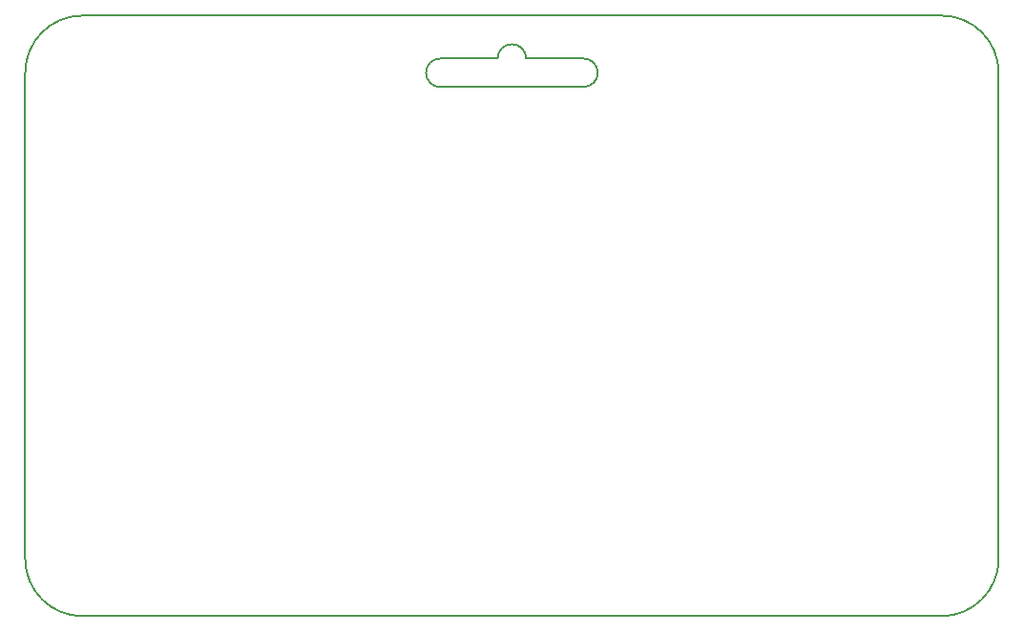
<source format=gbr>
G04 #@! TF.FileFunction,Profile,NP*
%FSLAX46Y46*%
G04 Gerber Fmt 4.6, Leading zero omitted, Abs format (unit mm)*
G04 Created by KiCad (PCBNEW 4.0.7) date 07/30/18 20:26:39*
%MOMM*%
%LPD*%
G01*
G04 APERTURE LIST*
%ADD10C,0.100000*%
%ADD11C,0.150000*%
G04 APERTURE END LIST*
D10*
D11*
X176530000Y-74930000D02*
X181610000Y-74930000D01*
X168910000Y-74930000D02*
X173990000Y-74930000D01*
X176530000Y-74930000D02*
G75*
G03X175260000Y-73660000I-1270000J0D01*
G01*
X175260000Y-73660000D02*
G75*
G03X173990000Y-74930000I0J-1270000D01*
G01*
X167640000Y-76200000D02*
G75*
G03X168910000Y-77470000I1270000J0D01*
G01*
X168910000Y-74930000D02*
G75*
G03X167640000Y-76200000I0J-1270000D01*
G01*
X181610000Y-77470000D02*
G75*
G03X182880000Y-76200000I0J1270000D01*
G01*
X182880000Y-76200000D02*
G75*
G03X181610000Y-74930000I-1270000J0D01*
G01*
X168910000Y-77470000D02*
X181610000Y-77470000D01*
X137160000Y-71120000D02*
G75*
G03X132080000Y-76200000I0J-5080000D01*
G01*
X132080000Y-119380000D02*
G75*
G03X137160000Y-124460000I5080000J0D01*
G01*
X213360000Y-124460000D02*
G75*
G03X218440000Y-119380000I0J5080000D01*
G01*
X218440000Y-76200000D02*
G75*
G03X213360000Y-71120000I-5080000J0D01*
G01*
X218440000Y-76200000D02*
X218440000Y-119380000D01*
X137160000Y-124460000D02*
X213360000Y-124460000D01*
X132080000Y-76200000D02*
X132080000Y-119380000D01*
X137160000Y-71120000D02*
X213360000Y-71120000D01*
M02*

</source>
